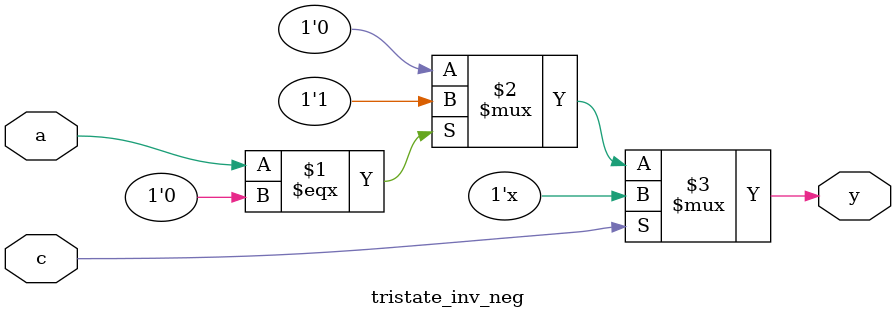
<source format=sv>
`timescale 1ns / 1ps


module tristate_inv(
    input a,
    input c,
    output y);
    
    assign y = c ? ((a === 1'b0) ? 1'b1 : 1'b0) : 1'bz;
endmodule

module tristate_inv_neg(
    input a,
    input c,
    output y);
    
    assign y = c ? 1'bz : ((a === 1'b0) ? 1'b1 : 1'b0);
endmodule

</source>
